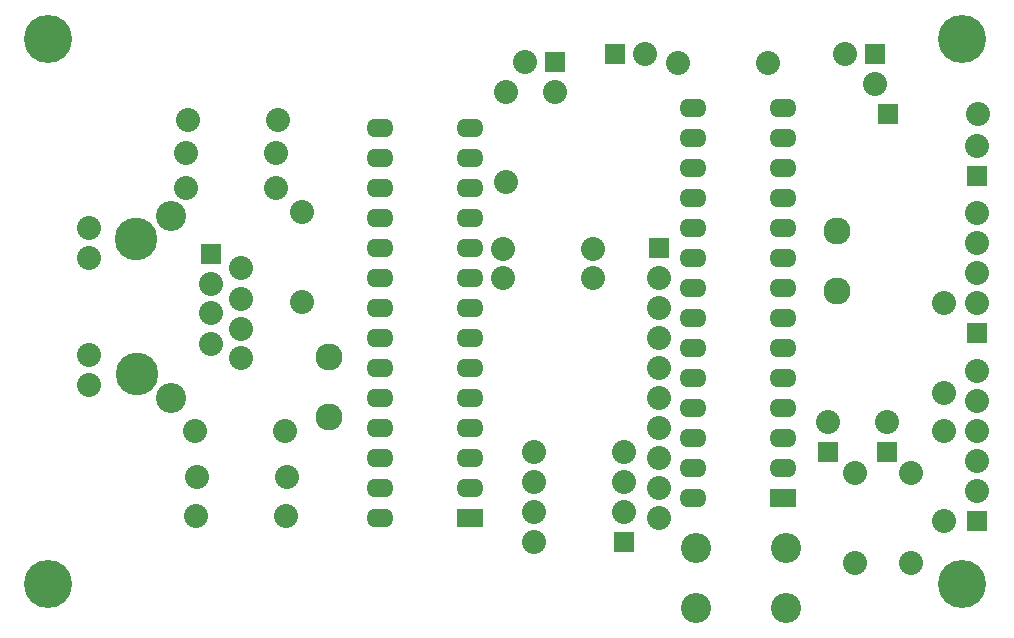
<source format=gts>
G04 (created by PCBNEW-RS274X (2011-12-21 BZR 3253)-stable) date Saturday, February 11, 2012 02:53:21 PM*
G01*
G70*
G90*
%MOIN*%
G04 Gerber Fmt 3.4, Leading zero omitted, Abs format*
%FSLAX34Y34*%
G04 APERTURE LIST*
%ADD10C,0.006000*%
%ADD11R,0.070200X0.070200*%
%ADD12C,0.080200*%
%ADD13O,0.090200X0.062200*%
%ADD14R,0.090200X0.062200*%
%ADD15C,0.090200*%
%ADD16C,0.160200*%
%ADD17C,0.100200*%
%ADD18C,0.141900*%
G04 APERTURE END LIST*
G54D10*
G54D11*
X70000Y-31900D03*
G54D12*
X73000Y-31900D03*
G54D13*
X66500Y-43700D03*
X66500Y-42700D03*
X66500Y-41700D03*
X66500Y-40700D03*
X66500Y-39700D03*
X66500Y-38700D03*
X66500Y-37700D03*
X66500Y-36700D03*
X66500Y-35700D03*
X66500Y-34700D03*
X66500Y-33700D03*
X66500Y-32700D03*
X66500Y-31700D03*
G54D14*
X66500Y-44700D03*
G54D13*
X63500Y-31700D03*
X63500Y-32700D03*
X63500Y-33700D03*
X63500Y-34700D03*
X63500Y-35700D03*
X63500Y-36700D03*
X63500Y-37700D03*
X63500Y-38700D03*
X63500Y-39700D03*
X63500Y-40700D03*
X63500Y-41700D03*
X63500Y-42700D03*
X63500Y-43700D03*
X63500Y-44700D03*
X56050Y-44350D03*
X56050Y-43350D03*
X56050Y-42350D03*
X56050Y-41350D03*
X56050Y-40350D03*
X56050Y-39350D03*
X56050Y-38350D03*
X56050Y-37350D03*
X56050Y-36350D03*
X56050Y-35350D03*
X56050Y-34350D03*
X56050Y-33350D03*
X56050Y-32350D03*
G54D14*
X56050Y-45350D03*
G54D13*
X53050Y-32350D03*
X53050Y-33350D03*
X53050Y-34350D03*
X53050Y-35350D03*
X53050Y-36350D03*
X53050Y-37350D03*
X53050Y-38350D03*
X53050Y-39350D03*
X53050Y-40350D03*
X53050Y-41350D03*
X53050Y-42350D03*
X53050Y-43350D03*
X53050Y-44350D03*
X53050Y-45350D03*
G54D15*
X68300Y-37800D03*
X68300Y-35800D03*
X51350Y-42000D03*
X51350Y-40000D03*
G54D12*
X69950Y-42150D03*
G54D11*
X69950Y-43150D03*
G54D12*
X68000Y-42150D03*
G54D11*
X68000Y-43150D03*
G54D12*
X61900Y-29900D03*
G54D11*
X60900Y-29900D03*
G54D12*
X58900Y-31150D03*
G54D11*
X58900Y-30150D03*
G54D12*
X57900Y-30150D03*
X69550Y-30900D03*
G54D11*
X69550Y-29900D03*
G54D12*
X68550Y-29900D03*
X71850Y-41200D03*
X71850Y-38200D03*
X57250Y-31150D03*
X57250Y-34150D03*
X68900Y-46850D03*
X68900Y-43850D03*
X46925Y-45275D03*
X49925Y-45275D03*
X50450Y-38150D03*
X50450Y-35150D03*
X70750Y-46850D03*
X70750Y-43850D03*
X46600Y-33200D03*
X49600Y-33200D03*
X46600Y-34350D03*
X49600Y-34350D03*
X66000Y-30200D03*
X63000Y-30200D03*
X60150Y-36400D03*
X57150Y-36400D03*
X60150Y-37350D03*
X57150Y-37350D03*
X71850Y-42450D03*
X71850Y-45450D03*
X49900Y-42450D03*
X46900Y-42450D03*
X46950Y-44000D03*
X49950Y-44000D03*
X46650Y-32100D03*
X49650Y-32100D03*
G54D11*
X62350Y-36350D03*
G54D12*
X62350Y-37350D03*
X62350Y-38350D03*
X62350Y-39350D03*
X62350Y-40350D03*
X62350Y-41350D03*
X62350Y-42350D03*
X62350Y-43350D03*
X62350Y-44350D03*
X62350Y-45350D03*
G54D11*
X72950Y-33950D03*
G54D12*
X72950Y-32950D03*
G54D11*
X72950Y-39200D03*
G54D12*
X72950Y-38200D03*
X72950Y-37200D03*
X72950Y-36200D03*
X72950Y-35200D03*
G54D11*
X72950Y-45450D03*
G54D12*
X72950Y-44450D03*
X72950Y-43450D03*
X72950Y-42450D03*
X72950Y-41450D03*
X72950Y-40450D03*
G54D11*
X61200Y-46150D03*
G54D12*
X61200Y-45150D03*
X61200Y-44150D03*
X61200Y-43150D03*
X58200Y-43150D03*
X58200Y-44150D03*
X58200Y-45150D03*
X58200Y-46150D03*
G54D16*
X72450Y-29400D03*
X72450Y-47550D03*
X42000Y-47550D03*
X42000Y-29400D03*
G54D17*
X63600Y-48350D03*
X63600Y-46350D03*
X66600Y-48350D03*
X66600Y-46350D03*
G54D18*
X44948Y-40544D03*
X44929Y-36056D03*
G54D11*
X47429Y-36568D03*
G54D12*
X48433Y-37040D03*
X47429Y-37552D03*
X48433Y-38064D03*
X47429Y-38536D03*
X48433Y-39048D03*
X47429Y-39560D03*
X48433Y-40032D03*
X43354Y-35682D03*
X43354Y-36686D03*
X43354Y-39914D03*
X43354Y-40918D03*
G54D17*
X46110Y-35288D03*
X46110Y-41351D03*
M02*

</source>
